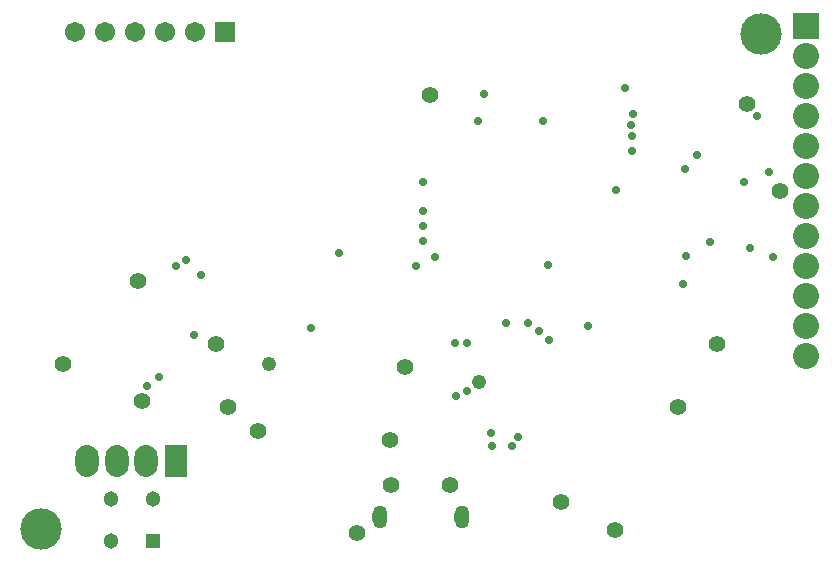
<source format=gbs>
G04*
G04 #@! TF.GenerationSoftware,Altium Limited,Altium Designer,23.3.1 (30)*
G04*
G04 Layer_Color=32639*
%FSLAX44Y44*%
%MOMM*%
G71*
G04*
G04 #@! TF.SameCoordinates,049E622D-B5B7-477E-837E-60E0A1272B7F*
G04*
G04*
G04 #@! TF.FilePolarity,Negative*
G04*
G01*
G75*
%ADD63C,1.3970*%
%ADD64O,1.2700X1.9558*%
%ADD65R,1.7032X1.7032*%
%ADD66C,1.7032*%
%ADD67C,2.2032*%
%ADD68O,1.9532X2.7032*%
%ADD69R,1.9532X2.7032*%
%ADD70C,1.3032*%
%ADD71R,1.3032X1.3032*%
%ADD72C,3.5052*%
%ADD73R,2.2032X2.2032*%
%ADD74C,0.7112*%
%ADD75C,1.4224*%
%ADD76C,1.2192*%
D63*
X328680Y68906D02*
D03*
X378680D02*
D03*
D64*
X318680Y41906D02*
D03*
X388680D02*
D03*
D65*
X187960Y452120D02*
D03*
D66*
X162560D02*
D03*
X137160D02*
D03*
X111760D02*
D03*
X86360D02*
D03*
X60960D02*
D03*
D67*
X679450Y254000D02*
D03*
Y228600D02*
D03*
Y203200D02*
D03*
Y431800D02*
D03*
Y406400D02*
D03*
Y381000D02*
D03*
Y355600D02*
D03*
Y330200D02*
D03*
Y304800D02*
D03*
Y279400D02*
D03*
Y177800D02*
D03*
D68*
X96050Y88900D02*
D03*
X121050D02*
D03*
X71050D02*
D03*
D69*
X146050D02*
D03*
D70*
X91079Y21229D02*
D03*
Y57150D02*
D03*
X127000D02*
D03*
D71*
Y21229D02*
D03*
D72*
X31750Y31750D02*
D03*
X641350Y450850D02*
D03*
D73*
X679450Y457200D02*
D03*
D74*
X383287Y144196D02*
D03*
X382697Y188931D02*
D03*
X413358Y112638D02*
D03*
X648032Y334215D02*
D03*
X260890Y201931D02*
D03*
X638475Y381051D02*
D03*
X577320Y336036D02*
D03*
X533179Y382909D02*
D03*
X407140Y399717D02*
D03*
X402038Y377190D02*
D03*
X577850Y262890D02*
D03*
X435535Y109220D02*
D03*
X430555Y102100D02*
D03*
X457360Y377190D02*
D03*
X461010Y255270D02*
D03*
X519031Y318770D02*
D03*
X349250Y254000D02*
D03*
X355600Y325120D02*
D03*
X284480Y265430D02*
D03*
X146050Y254000D02*
D03*
X154940Y259080D02*
D03*
X161290Y195580D02*
D03*
X355600Y288290D02*
D03*
X167640Y246380D02*
D03*
X355600Y300990D02*
D03*
Y275590D02*
D03*
X365760Y261620D02*
D03*
X392430Y189230D02*
D03*
Y148888D02*
D03*
X462369Y191770D02*
D03*
X425450Y205740D02*
D03*
X575310Y238760D02*
D03*
X587030Y347980D02*
D03*
X526849Y404929D02*
D03*
X532130Y364490D02*
D03*
X531914Y374099D02*
D03*
X627583Y325323D02*
D03*
X532130Y351790D02*
D03*
X598170Y274320D02*
D03*
X651510Y262255D02*
D03*
X632460Y269240D02*
D03*
X495300Y203200D02*
D03*
X444500Y205740D02*
D03*
X453856Y199351D02*
D03*
X414020Y101600D02*
D03*
X132080Y160020D02*
D03*
X121920Y152400D02*
D03*
D75*
X472440Y54610D02*
D03*
X361353Y399331D02*
D03*
X629628Y391119D02*
D03*
X190500Y134620D02*
D03*
X340360Y168910D02*
D03*
X657860Y317813D02*
D03*
X299720Y27940D02*
D03*
X518160Y30480D02*
D03*
X571500Y134620D02*
D03*
X327660Y106680D02*
D03*
X604520Y187960D02*
D03*
X117674Y139700D02*
D03*
X180340Y187960D02*
D03*
X50800Y171450D02*
D03*
X114300Y241300D02*
D03*
X215900Y114300D02*
D03*
D76*
X402590Y156210D02*
D03*
X224798Y171300D02*
D03*
M02*

</source>
